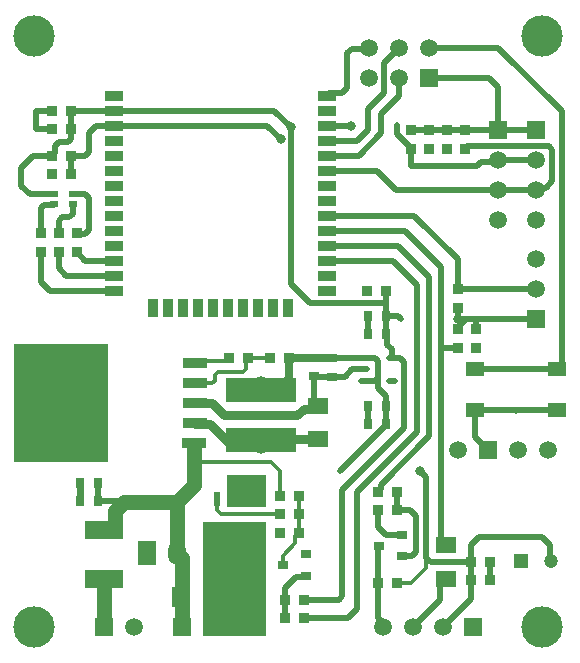
<source format=gtl>
G04*
G04 #@! TF.GenerationSoftware,Altium Limited,Altium Designer,23.3.1 (30)*
G04*
G04 Layer_Physical_Order=1*
G04 Layer_Color=255*
%FSLAX44Y44*%
%MOMM*%
G71*
G04*
G04 #@! TF.SameCoordinates,39CBC296-F970-41FA-A2E7-6093A4F5A77D*
G04*
G04*
G04 #@! TF.FilePolarity,Positive*
G04*
G01*
G75*
%ADD17R,0.9000X0.9650*%
%ADD18R,1.5500X1.3000*%
%ADD19R,0.8000X0.5500*%
%ADD20R,0.9650X0.9000*%
%ADD21R,0.7000X0.9000*%
%ADD22R,1.0000X0.5000*%
%ADD23O,1.0000X0.5000*%
%ADD24R,0.9000X0.7000*%
%ADD25R,1.3400X1.8000*%
%ADD26R,3.2000X1.5000*%
%ADD27R,1.8000X1.3400*%
%ADD28R,0.9000X0.8000*%
%ADD29R,1.5000X0.9000*%
%ADD30R,0.9000X1.5000*%
%ADD31R,4.4100X4.1000*%
%ADD32R,0.6000X1.3000*%
%ADD33R,6.0000X2.0000*%
%ADD34R,2.0000X0.9000*%
%ADD35R,8.0000X10.0000*%
%ADD65C,0.5000*%
%ADD66C,1.3000*%
%ADD67C,0.7000*%
%ADD68C,0.8000*%
%ADD69C,0.6000*%
%ADD70C,0.3000*%
%ADD71C,1.5000*%
%ADD72R,1.5000X1.5000*%
%ADD73C,3.5000*%
%ADD74C,1.2000*%
%ADD75R,1.2000X1.2000*%
%ADD76C,1.5240*%
%ADD77R,1.5000X1.5000*%
%ADD78R,1.5000X2.0000*%
%ADD79O,1.5000X2.0000*%
%ADD80C,0.8000*%
G36*
X-19050Y-247650D02*
X-72390D01*
Y-151130D01*
X-19050D01*
Y-247650D01*
D02*
G37*
G36*
Y-138430D02*
X-52070D01*
Y-111760D01*
X-19050D01*
Y-138430D01*
D02*
G37*
D17*
X158750Y11810D02*
D03*
Y-4190D02*
D03*
X-179070Y77090D02*
D03*
Y93090D02*
D03*
X-194310Y77090D02*
D03*
Y93090D02*
D03*
X-209550Y77090D02*
D03*
Y93090D02*
D03*
X143510Y46100D02*
D03*
Y30100D02*
D03*
Y11810D02*
D03*
Y-4190D02*
D03*
X149860Y164720D02*
D03*
Y180720D02*
D03*
X134620D02*
D03*
Y164720D02*
D03*
X119380Y180720D02*
D03*
Y164720D02*
D03*
X104140D02*
D03*
Y180720D02*
D03*
D18*
X158290Y-56870D02*
D03*
X227790Y-21870D02*
D03*
Y-56870D02*
D03*
X158290Y-21870D02*
D03*
D19*
X-182500Y117420D02*
D03*
Y126420D02*
D03*
X-198500D02*
D03*
Y117420D02*
D03*
D20*
X-199770Y143510D02*
D03*
X-183770D02*
D03*
X82930Y44450D02*
D03*
X66930D02*
D03*
X380Y-12700D02*
D03*
X-15620D02*
D03*
X-33910D02*
D03*
X-49910D02*
D03*
X9270Y-129540D02*
D03*
X-6730D02*
D03*
Y-144780D02*
D03*
X9270D02*
D03*
X-6730Y-160750D02*
D03*
X9270D02*
D03*
X-2920Y-217170D02*
D03*
X13080D02*
D03*
X-2920Y-232410D02*
D03*
X13080D02*
D03*
X-183770Y196850D02*
D03*
X-199770D02*
D03*
X-183770Y181610D02*
D03*
X-199770D02*
D03*
X-183770Y158750D02*
D03*
X-199770D02*
D03*
X75820Y-203200D02*
D03*
X91820D02*
D03*
Y-140970D02*
D03*
X75820D02*
D03*
X91820Y-125730D02*
D03*
X75820D02*
D03*
X154560Y-185420D02*
D03*
X170560D02*
D03*
X154560Y-200660D02*
D03*
X170560D02*
D03*
D21*
X82830Y22860D02*
D03*
X67030D02*
D03*
X82830Y7620D02*
D03*
X67030D02*
D03*
X82830Y-53340D02*
D03*
X67030D02*
D03*
X82830Y-68580D02*
D03*
X67030D02*
D03*
X-161010Y-118110D02*
D03*
X-176810D02*
D03*
X-161010Y-133350D02*
D03*
X-176810D02*
D03*
D22*
X64130Y-12700D02*
D03*
D23*
Y-22200D02*
D03*
Y-31700D02*
D03*
X87630Y-12700D02*
D03*
Y-31700D02*
D03*
D24*
X36830Y-12700D02*
D03*
Y-28500D02*
D03*
X21590Y-12420D02*
D03*
Y-28220D02*
D03*
D25*
X-63170Y-214630D02*
D03*
X-91770D02*
D03*
D26*
X-156210Y-158070D02*
D03*
Y-200070D02*
D03*
D27*
X25400Y-53010D02*
D03*
Y-81610D02*
D03*
X133350Y-171120D02*
D03*
Y-199720D02*
D03*
D28*
X15080Y-196960D02*
D03*
Y-178960D02*
D03*
X-4920Y-187960D02*
D03*
X76520Y-171560D02*
D03*
X96520Y-162560D02*
D03*
Y-180560D02*
D03*
D29*
X32580Y209550D02*
D03*
Y196850D02*
D03*
Y184150D02*
D03*
Y171450D02*
D03*
Y158750D02*
D03*
Y146050D02*
D03*
Y133350D02*
D03*
Y120650D02*
D03*
Y107950D02*
D03*
Y95250D02*
D03*
Y82550D02*
D03*
Y69850D02*
D03*
Y57150D02*
D03*
Y44450D02*
D03*
D03*
X-147320D02*
D03*
Y209550D02*
D03*
D03*
Y57150D02*
D03*
Y69850D02*
D03*
Y82550D02*
D03*
Y95250D02*
D03*
Y107950D02*
D03*
Y120650D02*
D03*
Y133350D02*
D03*
Y146050D02*
D03*
Y158750D02*
D03*
Y171450D02*
D03*
Y184150D02*
D03*
Y196850D02*
D03*
D30*
X-220Y29450D02*
D03*
X-12920D02*
D03*
X-25620D02*
D03*
X-38320D02*
D03*
X-51020D02*
D03*
X-63720D02*
D03*
X-76420D02*
D03*
X-89120D02*
D03*
X-101820D02*
D03*
X-114520D02*
D03*
D03*
D31*
X-41402Y-171704D02*
D03*
D32*
X-22352Y-131826D02*
D03*
X-35052D02*
D03*
X-47752D02*
D03*
X-60452D02*
D03*
D33*
X-22860Y-81960D02*
D03*
Y-39960D02*
D03*
D34*
X-79400Y-17050D02*
D03*
Y-34050D02*
D03*
Y-51050D02*
D03*
Y-68050D02*
D03*
X-79900Y-84800D02*
D03*
D35*
X-192400Y-50800D02*
D03*
D65*
X149860Y180720D02*
X177800D01*
X209170D01*
X143510Y13114D02*
X150716Y20320D01*
X158750D01*
X82880Y7670D02*
Y22860D01*
X93168D01*
X82830D02*
X82880D01*
Y33630D01*
X129540Y-170790D02*
Y-3810D01*
X76200Y-29210D02*
Y-15240D01*
X158290Y-79550D02*
Y-56870D01*
Y-79550D02*
X168910Y-90170D01*
X-213360Y181610D02*
X-199770D01*
X-213360D02*
Y196850D01*
X-199770D01*
X158290Y-56870D02*
X158430Y-57010D01*
X192900D01*
X193040Y-57150D01*
X193180Y-57010D01*
X227650D01*
X227790Y-56870D01*
X170560Y-200660D02*
Y-185420D01*
X32580Y209550D02*
X34580Y211550D01*
X45638D01*
X49988Y215900D01*
Y245568D01*
X53580Y249160D01*
X67550D01*
X68580Y250190D01*
X75820Y-155830D02*
Y-140970D01*
Y-155830D02*
X82550Y-162560D01*
X96520D01*
X67030Y-68580D02*
Y-53340D01*
X21590Y-49200D02*
Y-28220D01*
X21730Y-28360D01*
X36690D01*
X36830Y-28500D01*
X47700D01*
X54000Y-22200D01*
X64130D01*
X67030Y7620D02*
Y22860D01*
X32580Y184150D02*
X53340D01*
X91666Y184498D02*
X92014Y184846D01*
Y177171D02*
Y184846D01*
Y177171D02*
X104140Y165045D01*
Y164720D02*
Y165045D01*
Y149860D02*
Y164720D01*
Y149860D02*
X160020D01*
X163186Y153027D01*
X175886D01*
X177800Y154940D01*
X209550D01*
X177800Y129540D02*
X209550D01*
X91440D02*
X177800D01*
X74930Y146050D02*
X91440Y129540D01*
X32580Y146050D02*
X74930D01*
X209550Y129540D02*
X211464Y131453D01*
X217814D01*
X223520Y137160D01*
Y163535D01*
X220591Y166464D02*
X223520Y163535D01*
X151604Y166464D02*
X220591D01*
X149860Y164720D02*
X151604Y166464D01*
X-219130Y126420D02*
X-198500D01*
X-226060Y133350D02*
X-219130Y126420D01*
X-226060Y133350D02*
Y148590D01*
X-215900Y158750D01*
X-199770D01*
X13080Y-217170D02*
X42791D01*
X45720Y-214241D01*
Y-124124D01*
X97790Y-72054D01*
Y-15629D01*
X94861Y-12700D02*
X97790Y-15629D01*
X87630Y-12700D02*
X94861D01*
X87630D02*
Y-5080D01*
X83830Y-1280D02*
X87630Y-5080D01*
X83830Y-1280D02*
Y6620D01*
X82830Y7620D02*
X83830Y6620D01*
X158750Y20320D02*
X209550D01*
X143510Y11810D02*
Y13114D01*
Y20320D02*
X150716D01*
X158750Y11810D02*
Y20320D01*
X143510D02*
Y30100D01*
X93168Y22860D02*
X95708Y20320D01*
X82830Y7620D02*
X82880Y7670D01*
X-183770Y196850D02*
X-147320D01*
X-197445Y160750D02*
Y167045D01*
X-194310Y170180D01*
X-186699D01*
X-183770Y173109D01*
Y181610D01*
Y196850D01*
X82880Y44400D02*
X82930Y44450D01*
X82880Y33630D02*
Y44400D01*
X18440Y33630D02*
X82880D01*
X2136Y49934D02*
X18440Y33630D01*
X2136Y49934D02*
Y182880D01*
X-147320Y196850D02*
X-11834D01*
X2136Y182880D01*
X134620Y180720D02*
X149860D01*
X119380Y224790D02*
X170180D01*
X177800Y217170D01*
Y180720D02*
Y217170D01*
Y180340D02*
Y180720D01*
X209170D02*
X209550Y180340D01*
X119380Y180720D02*
X134620D01*
X104140D02*
X119380D01*
X-161010Y-133350D02*
Y-118110D01*
Y-133350D02*
X-140623D01*
X-139353Y-134620D01*
X13080Y-232410D02*
X50800D01*
X58420Y-224790D01*
Y-125730D01*
X109220Y-74930D01*
Y49530D01*
X88900Y69850D02*
X109220Y49530D01*
X32580Y69850D02*
X88900D01*
X128270Y-172060D02*
X129540Y-170790D01*
X129920Y-4190D02*
X143510D01*
X129540Y-3810D02*
X129920Y-4190D01*
X129540Y-3810D02*
Y64770D01*
X99060Y95250D02*
X129540Y64770D01*
X32580Y95250D02*
X99060D01*
X158290Y-21870D02*
X227790D01*
X-183770Y143510D02*
Y158750D01*
X-171839D01*
X-168910Y161679D01*
Y177800D01*
X-162560Y184150D01*
X-147320D01*
X-17780D01*
X-6350Y172720D01*
X231600Y-18060D02*
Y196390D01*
X177800Y250190D02*
X231600Y196390D01*
X119380Y250190D02*
X177800D01*
X32580Y158750D02*
X59690D01*
X78740Y177800D01*
Y194310D01*
X93980Y209550D01*
Y224790D01*
X32580Y171450D02*
X58420D01*
X67310Y180340D01*
Y198120D01*
X81280Y212090D01*
Y237490D01*
X93980Y250190D01*
X-2920Y-232410D02*
Y-217170D01*
Y-207390D01*
X6742Y-197729D01*
X14312D01*
X15080Y-196960D01*
X36830Y-12700D02*
X64130D01*
X73660D01*
X76200Y-15240D01*
X82830Y-53340D02*
Y-44730D01*
X64130Y-31700D02*
X73710D01*
X76200Y-29210D01*
Y-38100D02*
Y-29210D01*
Y-38100D02*
X82830Y-44730D01*
Y-68580D02*
Y-53340D01*
Y-69580D02*
Y-68580D01*
X43876Y-108534D02*
X82830Y-69580D01*
X111760Y-107950D02*
X116840Y-113030D01*
Y-181610D02*
Y-113030D01*
X120650Y-185420D02*
X154560D01*
X116840Y-181610D02*
X120650Y-185420D01*
X154560Y-200660D02*
Y-185420D01*
Y-216280D02*
Y-200660D01*
X130810Y-240030D02*
X154560Y-216280D01*
Y-185420D02*
Y-170560D01*
X161290Y-163830D01*
X214630D01*
X221450Y-170650D01*
Y-183350D02*
Y-170650D01*
Y-183350D02*
X222250Y-184150D01*
X75820Y-125730D02*
X76145D01*
X78145Y-123730D01*
Y-119975D01*
X119380Y-78740D01*
Y55880D01*
X92710Y82550D02*
X119380Y55880D01*
X32580Y82550D02*
X92710D01*
X75820Y-233134D02*
Y-203200D01*
Y-233134D02*
X80010Y-237324D01*
Y-240030D02*
Y-237324D01*
X75820Y-203200D02*
X76170Y-202850D01*
Y-171910D01*
X76520Y-171560D01*
X128270Y-217170D02*
Y-200660D01*
X105410Y-240030D02*
X128270Y-217170D01*
X91820Y-140970D02*
Y-125730D01*
Y-140970D02*
X102870D01*
X107950Y-146050D01*
Y-177026D02*
Y-146050D01*
X105021Y-179955D02*
X107950Y-177026D01*
X97126Y-179955D02*
X105021D01*
X96520Y-180560D02*
X97126Y-179955D01*
X32580Y107950D02*
X106680D01*
X143510Y71120D01*
Y46100D02*
Y71120D01*
Y46100D02*
X143700Y45910D01*
X209360D01*
X209550Y45720D01*
X-179070Y93090D02*
X-178690Y92710D01*
X-171839D01*
X-168910Y95639D01*
Y123190D01*
X-172140Y126420D02*
X-168910Y123190D01*
X-182500Y126420D02*
X-172140D01*
X-194310Y93090D02*
Y103751D01*
X-191381Y106680D01*
X-185429D01*
X-182500Y109609D01*
Y117420D01*
X-209550Y93090D02*
Y114241D01*
X-206621Y117170D01*
X-198750D01*
X-198500Y117420D01*
X-179070Y76765D02*
Y77090D01*
Y76765D02*
X-172155Y69850D01*
X-147320D01*
X-194310Y63500D02*
Y77090D01*
Y63500D02*
X-187960Y57150D01*
X-147320D01*
X-209550Y52070D02*
Y77090D01*
Y52070D02*
X-201930Y44450D01*
X-147320D01*
D66*
X-90170Y-240030D02*
Y-181610D01*
X-93980Y-177800D02*
X-90170Y-181610D01*
X-156210Y-158070D02*
X-147968D01*
X-146967Y-157070D01*
Y-142235D01*
X-139353Y-134620D01*
X-93980D01*
X-79900Y-120540D02*
Y-100330D01*
X-93980Y-177800D02*
Y-134620D01*
X-79900Y-120540D01*
Y-100330D02*
Y-87630D01*
X-63170Y-214630D02*
X-47260D01*
X-41402Y-208772D01*
Y-171704D01*
X-156210Y-240030D02*
Y-200070D01*
D67*
X380Y-12700D02*
X36830D01*
X-22860Y-35560D02*
X-21283Y-33983D01*
X-3721D01*
X380Y-29883D01*
Y-12700D01*
D68*
X-19680Y-85140D02*
X-16151Y-81610D01*
X-20901Y-86360D02*
X-19680Y-85140D01*
X-22860Y-86360D02*
X-20901D01*
X-48260D02*
X-22860D01*
X-79400Y-51050D02*
X-64520D01*
X-54610Y-60960D01*
X7620D01*
X12870Y-55710D01*
X22700D01*
X25400Y-53010D01*
X-66070Y-68550D02*
X-48260Y-86360D01*
X-78900Y-68550D02*
X-66070D01*
X-79400Y-68050D02*
X-78900Y-68550D01*
X-16151Y-81610D02*
X25400D01*
D69*
X-176810Y-133350D02*
Y-118110D01*
D70*
X-79400Y-17050D02*
X-77590Y-15240D01*
X-52450D01*
X-49910Y-12700D01*
X21590Y-49200D02*
X25400Y-53010D01*
X-14730Y-100330D02*
X-6730Y-108330D01*
Y-129540D02*
Y-108330D01*
X-79900Y-100330D02*
X-14730D01*
X-60452Y-141478D02*
Y-131826D01*
Y-141478D02*
X-57150Y-144780D01*
X-6730D01*
X104140Y-203200D02*
X116840Y-190500D01*
X91820Y-203200D02*
X104140D01*
X116840Y-190500D02*
Y-181610D01*
X91820Y-203200D02*
X92710Y-204090D01*
X-79400Y-34050D02*
X-64530D01*
X-62230Y-31750D01*
Y-26670D01*
X-59690Y-24130D01*
X-38100D01*
X-36343Y-22373D01*
Y-15132D01*
X-33910Y-12700D01*
X-15620D01*
X-4920Y-187960D02*
Y-180180D01*
X5945Y-169315D01*
Y-163749D01*
X8945Y-160750D01*
X9270D01*
Y-144780D01*
Y-129540D01*
D71*
X68580Y250190D02*
D03*
Y224790D02*
D03*
X93980Y250190D02*
D03*
Y224790D02*
D03*
X119380Y250190D02*
D03*
X219710Y-90170D02*
D03*
X194310D02*
D03*
X143510D02*
D03*
X209550Y71120D02*
D03*
Y45720D02*
D03*
X-64770Y-240030D02*
D03*
X-130810D02*
D03*
X130810D02*
D03*
X105410D02*
D03*
X80010D02*
D03*
X209550Y154940D02*
D03*
Y129540D02*
D03*
Y104140D02*
D03*
X177800Y154940D02*
D03*
Y129540D02*
D03*
Y104140D02*
D03*
D72*
X119380Y224790D02*
D03*
X168910Y-90170D02*
D03*
X-90170Y-240030D02*
D03*
X-156210D02*
D03*
X156210D02*
D03*
D73*
X-215000Y260000D02*
D03*
Y-240000D02*
D03*
X215000D02*
D03*
Y260000D02*
D03*
D74*
X222250Y-184150D02*
D03*
D75*
X196850D02*
D03*
D76*
X-22860Y-86360D02*
D03*
Y-35560D02*
D03*
D77*
X209550Y20320D02*
D03*
Y180340D02*
D03*
X177800D02*
D03*
D78*
X-119380Y-177800D02*
D03*
D79*
X-93980D02*
D03*
D80*
X53340Y184150D02*
D03*
X143510Y20320D02*
D03*
X2136Y182880D02*
D03*
X-6350Y172720D02*
D03*
X111760Y-107950D02*
D03*
M02*

</source>
